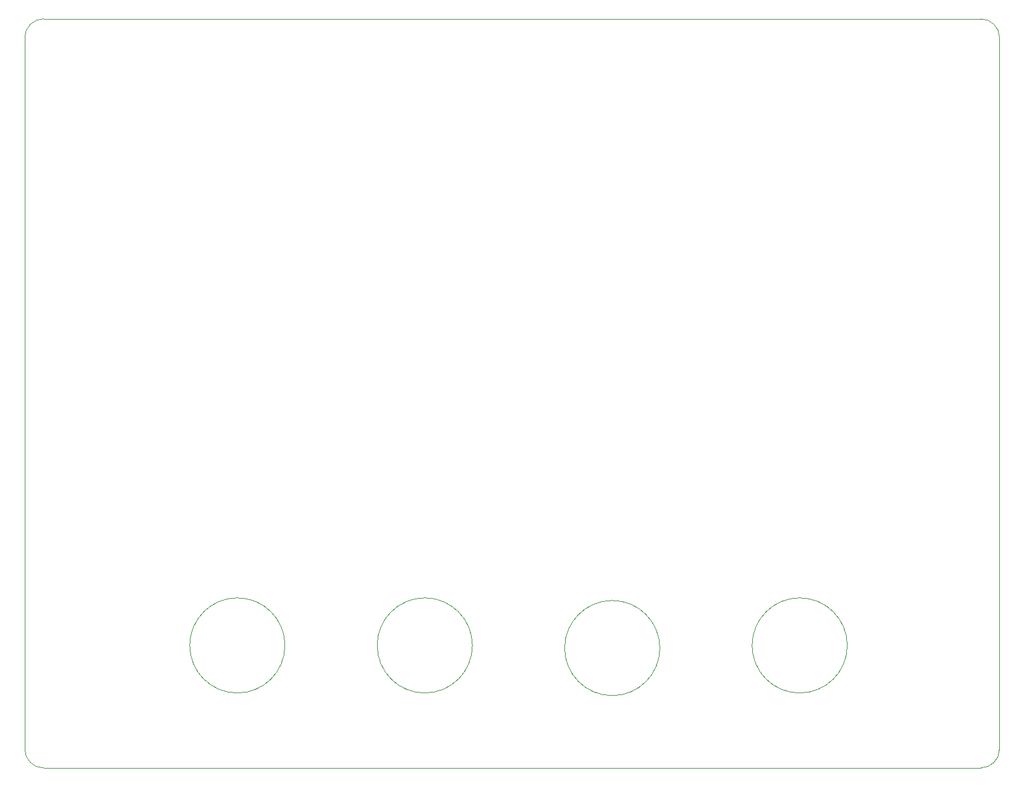
<source format=gbr>
%TF.GenerationSoftware,KiCad,Pcbnew,7.0.6-1.fc38*%
%TF.CreationDate,2023-08-16T20:18:50-04:00*%
%TF.ProjectId,atomic-pi-power-distribution,61746f6d-6963-42d7-9069-2d706f776572,rev?*%
%TF.SameCoordinates,Original*%
%TF.FileFunction,Profile,NP*%
%FSLAX46Y46*%
G04 Gerber Fmt 4.6, Leading zero omitted, Abs format (unit mm)*
G04 Created by KiCad (PCBNEW 7.0.6-1.fc38) date 2023-08-16 20:18:50*
%MOMM*%
%LPD*%
G01*
G04 APERTURE LIST*
%TA.AperFunction,Profile*%
%ADD10C,0.100000*%
%TD*%
G04 APERTURE END LIST*
D10*
X134700000Y-134000000D02*
G75*
G03*
X134700000Y-134000000I-6350000J0D01*
G01*
X177500000Y-150000000D02*
G75*
G03*
X180000000Y-147500000I0J2500000D01*
G01*
X177500000Y-50000000D02*
X52500000Y-50000000D01*
X159700000Y-133650000D02*
G75*
G03*
X159700000Y-133650000I-6350000J0D01*
G01*
X180000000Y-147500000D02*
X180000000Y-52500000D01*
X50000000Y-147500000D02*
G75*
G03*
X52500000Y-150000000I2500000J0D01*
G01*
X109700000Y-133650000D02*
G75*
G03*
X109700000Y-133650000I-6350000J0D01*
G01*
X180000000Y-52500000D02*
G75*
G03*
X177500000Y-50000000I-2500000J0D01*
G01*
X50000000Y-52500000D02*
X50000000Y-147500000D01*
X52500000Y-50000000D02*
G75*
G03*
X50000000Y-52500000I0J-2500000D01*
G01*
X52500000Y-150000000D02*
X177500000Y-150000000D01*
X84700000Y-133650000D02*
G75*
G03*
X84700000Y-133650000I-6350000J0D01*
G01*
M02*

</source>
